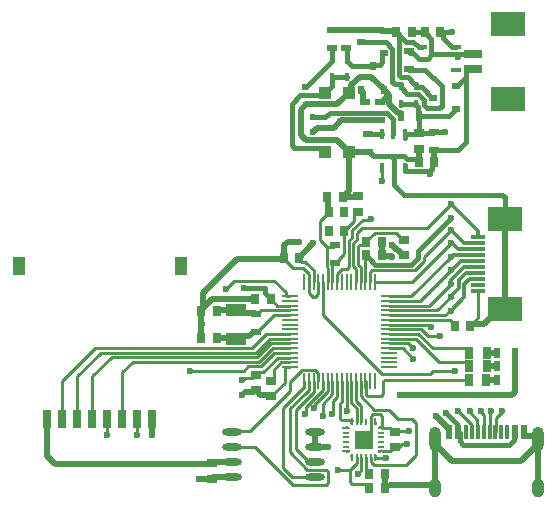
<source format=gtl>
G04*
G04 #@! TF.GenerationSoftware,Altium Limited,Altium Designer,20.0.13 (296)*
G04*
G04 Layer_Physical_Order=1*
G04 Layer_Color=255*
%FSLAX44Y44*%
%MOMM*%
G71*
G01*
G75*
%ADD10R,0.9000X0.8000*%
%ADD11R,0.8000X0.9000*%
%ADD12O,1.6500X0.6000*%
%ADD13R,1.2500X0.3000*%
%ADD14R,3.0000X2.0000*%
%ADD15R,0.9000X0.6000*%
%ADD16O,0.3800X0.9500*%
%ADD17R,0.3800X0.9500*%
%ADD18R,0.7000X0.6000*%
%ADD19R,0.4000X0.6500*%
%ADD20O,0.9500X0.3800*%
%ADD21R,0.9500X0.3800*%
%ADD22R,0.6000X0.9000*%
%ADD23R,0.6000X0.7000*%
%ADD24R,1.0000X1.0000*%
%ADD25R,1.0000X1.0000*%
%ADD26R,0.8000X1.5000*%
%ADD27R,1.0000X1.5000*%
%ADD28O,0.2500X1.4000*%
%ADD29O,1.4000X0.2500*%
%ADD30R,1.8000X1.0000*%
%ADD31R,1.4900X1.4900*%
%ADD32R,0.4950X0.2500*%
%ADD33R,0.6000X0.2500*%
%ADD34R,0.2500X0.4950*%
%ADD35R,0.2500X0.6000*%
%ADD36R,0.6000X1.1500*%
%ADD37R,0.3000X1.1500*%
%ADD38R,0.7800X0.9800*%
%ADD39R,3.0000X2.1000*%
%ADD40R,1.6000X0.8000*%
%ADD41C,0.5080*%
%ADD42C,0.3810*%
%ADD43C,0.2540*%
%ADD44C,0.3048*%
%ADD45O,1.0000X1.6000*%
%ADD46O,1.0000X2.1000*%
%ADD47C,0.6000*%
G36*
X693000Y491448D02*
X691950Y490398D01*
X690000D01*
Y492898D01*
X693000D01*
Y491448D01*
D02*
G37*
G36*
X696250Y486648D02*
X693750D01*
Y488598D01*
X694800Y489648D01*
X696250D01*
Y486648D01*
D02*
G37*
G36*
X693000Y511848D02*
Y510398D01*
X690000D01*
Y512898D01*
X691950D01*
X693000Y511848D01*
D02*
G37*
G36*
X696250Y513648D02*
X694800D01*
X693750Y514698D01*
Y516648D01*
X696250D01*
Y513648D01*
D02*
G37*
G36*
X716250Y488598D02*
Y486648D01*
X713750D01*
Y489648D01*
X715200D01*
X716250Y488598D01*
D02*
G37*
G36*
X720000Y490398D02*
X718050D01*
X717000Y491448D01*
Y492898D01*
X720000D01*
Y490398D01*
D02*
G37*
G36*
X716250Y514698D02*
X715200Y513648D01*
X713750D01*
Y516648D01*
X716250D01*
Y514698D01*
D02*
G37*
G36*
X720000Y510398D02*
X717000D01*
Y511848D01*
X718050Y512898D01*
X720000D01*
Y510398D01*
D02*
G37*
D10*
X576582Y468480D02*
D03*
Y481480D02*
D03*
X751842Y747880D02*
D03*
Y760880D02*
D03*
X699768Y707540D02*
D03*
Y694540D02*
D03*
X739141Y657711D02*
D03*
Y670711D02*
D03*
X626108Y551330D02*
D03*
Y538330D02*
D03*
X613408Y556410D02*
D03*
Y543410D02*
D03*
X731518Y508150D02*
D03*
Y495150D02*
D03*
D11*
X722780Y461012D02*
D03*
X709780D02*
D03*
X722780Y472442D02*
D03*
X709780D02*
D03*
X751690Y736598D02*
D03*
X764690D02*
D03*
X745640Y847092D02*
D03*
X732640D02*
D03*
X756770Y847088D02*
D03*
X769770D02*
D03*
X707240Y669288D02*
D03*
X720240D02*
D03*
X707240Y657858D02*
D03*
X720240D02*
D03*
X650390Y655322D02*
D03*
X637390D02*
D03*
X688140Y694680D02*
D03*
Y678180D02*
D03*
X675640Y694680D02*
D03*
Y678180D02*
D03*
X687220Y707392D02*
D03*
X674220D02*
D03*
X567540Y610868D02*
D03*
X580540D02*
D03*
X567540Y588008D02*
D03*
X580540D02*
D03*
X795169Y598171D02*
D03*
X782169D02*
D03*
X626260Y621032D02*
D03*
X613260D02*
D03*
D12*
X593550Y507998D02*
D03*
Y495298D02*
D03*
Y482598D02*
D03*
Y469898D02*
D03*
X664050Y507998D02*
D03*
Y495298D02*
D03*
Y482598D02*
D03*
Y469898D02*
D03*
D13*
X801370Y627860D02*
D03*
Y632860D02*
D03*
Y637860D02*
D03*
Y642860D02*
D03*
Y647860D02*
D03*
Y652860D02*
D03*
Y657860D02*
D03*
Y662860D02*
D03*
Y667860D02*
D03*
Y672860D02*
D03*
D14*
X824620Y612460D02*
D03*
X824570Y688260D02*
D03*
D15*
X764542Y746880D02*
D03*
Y761879D02*
D03*
X708662Y745610D02*
D03*
Y760609D02*
D03*
X689612Y833240D02*
D03*
Y848239D02*
D03*
X678182Y833240D02*
D03*
Y848239D02*
D03*
X742948Y830460D02*
D03*
Y815461D02*
D03*
X706122Y772280D02*
D03*
Y787279D02*
D03*
X718818Y787280D02*
D03*
Y772281D02*
D03*
X613408Y608210D02*
D03*
Y593211D02*
D03*
X680718Y666630D02*
D03*
Y651631D02*
D03*
D16*
X739650Y760120D02*
D03*
X730160Y760090D02*
D03*
X720650Y760120D02*
D03*
X739650Y731520D02*
D03*
X730250D02*
D03*
D17*
X720650D02*
D03*
D18*
X763270Y791210D02*
D03*
X783270Y800710D02*
D03*
Y781710D02*
D03*
X702310Y838200D02*
D03*
X722310Y847700D02*
D03*
Y828700D02*
D03*
D19*
X736600Y786250D02*
D03*
Y801250D02*
D03*
X749300Y786250D02*
D03*
Y801250D02*
D03*
X690560Y823500D02*
D03*
Y808500D02*
D03*
X678180Y823500D02*
D03*
Y808500D02*
D03*
D20*
X782980Y814830D02*
D03*
Y833830D02*
D03*
X754380Y814830D02*
D03*
Y824230D02*
D03*
D21*
Y833830D02*
D03*
D22*
X736720Y775968D02*
D03*
X751719D02*
D03*
X833000Y575312D02*
D03*
X818001D02*
D03*
X833000Y563882D02*
D03*
X818001D02*
D03*
X832860Y552452D02*
D03*
X817861D02*
D03*
D23*
X712470Y817880D02*
D03*
X721970Y797880D02*
D03*
X702970D02*
D03*
D24*
X692150Y795490D02*
D03*
X672650Y745490D02*
D03*
D25*
X672150Y795490D02*
D03*
X692150Y745490D02*
D03*
D26*
X526060Y518970D02*
D03*
X513360D02*
D03*
X500660D02*
D03*
X487960D02*
D03*
X475260D02*
D03*
X462560D02*
D03*
X449860D02*
D03*
X437160D02*
D03*
D27*
X413310Y648970D02*
D03*
X549910D02*
D03*
D28*
X654530Y635090D02*
D03*
X658530D02*
D03*
X662530D02*
D03*
X666530D02*
D03*
X670530D02*
D03*
X674530D02*
D03*
X678530D02*
D03*
X682530D02*
D03*
X686530D02*
D03*
X690530D02*
D03*
X694530D02*
D03*
X698530D02*
D03*
X702530D02*
D03*
X706530D02*
D03*
X710530D02*
D03*
X714530D02*
D03*
Y551090D02*
D03*
X710530D02*
D03*
X706530D02*
D03*
X702530D02*
D03*
X698530D02*
D03*
X694530D02*
D03*
X690530D02*
D03*
X686530D02*
D03*
X682530D02*
D03*
X678530D02*
D03*
X674530D02*
D03*
X670530D02*
D03*
X666530D02*
D03*
X662530D02*
D03*
X658530D02*
D03*
X654530D02*
D03*
D29*
X726530Y623090D02*
D03*
Y619090D02*
D03*
Y615090D02*
D03*
Y611090D02*
D03*
Y607090D02*
D03*
Y603090D02*
D03*
Y599090D02*
D03*
Y595090D02*
D03*
Y591090D02*
D03*
Y587090D02*
D03*
Y583090D02*
D03*
Y579090D02*
D03*
Y575090D02*
D03*
Y571090D02*
D03*
Y567090D02*
D03*
Y563090D02*
D03*
X642530D02*
D03*
Y567090D02*
D03*
Y571090D02*
D03*
Y575090D02*
D03*
Y579090D02*
D03*
Y583090D02*
D03*
Y587090D02*
D03*
Y591090D02*
D03*
Y595090D02*
D03*
Y599090D02*
D03*
Y603090D02*
D03*
Y607090D02*
D03*
Y611090D02*
D03*
Y615090D02*
D03*
Y619090D02*
D03*
Y623090D02*
D03*
D30*
X596900Y586740D02*
D03*
Y611740D02*
D03*
D31*
X705000Y501648D02*
D03*
D32*
X689475Y511648D02*
D03*
Y491648D02*
D03*
X720525D02*
D03*
Y511648D02*
D03*
D33*
X690000Y507648D02*
D03*
Y503648D02*
D03*
Y499648D02*
D03*
Y495648D02*
D03*
X720000D02*
D03*
Y499648D02*
D03*
Y503648D02*
D03*
Y507648D02*
D03*
D34*
X695000Y486123D02*
D03*
X715000D02*
D03*
Y517173D02*
D03*
X695000D02*
D03*
D35*
X699000Y486648D02*
D03*
X703000D02*
D03*
X707000D02*
D03*
X711000D02*
D03*
Y516648D02*
D03*
X707000D02*
D03*
X703000D02*
D03*
X699000D02*
D03*
D36*
X833030Y508000D02*
D03*
X841030D02*
D03*
X777030D02*
D03*
X785030D02*
D03*
D37*
X826530D02*
D03*
X821530D02*
D03*
X816530D02*
D03*
X811530D02*
D03*
X806530D02*
D03*
X801530D02*
D03*
X796530D02*
D03*
X791530D02*
D03*
D38*
X808990Y575310D02*
D03*
X793890D02*
D03*
X808990Y563880D02*
D03*
X793890D02*
D03*
X808850Y552450D02*
D03*
X793750D02*
D03*
D39*
X826770Y853690D02*
D03*
Y790190D02*
D03*
D40*
X797770Y828190D02*
D03*
Y815690D02*
D03*
D41*
X720240Y657858D02*
Y669288D01*
X852280Y498031D02*
Y502200D01*
Y460400D02*
Y498031D01*
X765780D02*
Y502200D01*
Y460400D02*
Y498031D01*
X729156Y463374D02*
X763507D01*
X728980Y463550D02*
X729156Y463374D01*
X841490Y505100D02*
X850007D01*
X841030Y505560D02*
X841490Y505100D01*
X841030Y505560D02*
Y508000D01*
X838119Y483870D02*
X852280Y498031D01*
X779941Y483870D02*
X838119D01*
X765780Y498031D02*
X779941Y483870D01*
X765810Y521970D02*
X776570Y511210D01*
X650390Y655322D02*
Y655822D01*
Y654822D02*
Y655322D01*
Y655822D02*
X661494Y666926D01*
Y667844D01*
X661670Y668020D01*
X726264Y793226D02*
X726444Y793406D01*
X726264Y792905D02*
X726444D01*
X720318Y787280D02*
X726264Y793226D01*
X637540Y654972D02*
Y666138D01*
X597822Y654972D02*
X637540D01*
X567540Y588008D02*
Y610868D01*
X640516Y669114D02*
X650064D01*
X637390Y654822D02*
X637540Y654972D01*
Y666138D02*
X640516Y669114D01*
X650064D02*
X650240Y669290D01*
X726264Y793226D02*
Y793586D01*
Y792905D02*
Y793226D01*
X721970Y797880D02*
Y798380D01*
Y797380D02*
Y797880D01*
X735330Y539750D02*
X830460D01*
X833060Y542350D01*
Y575252D01*
X751766Y736674D02*
Y747804D01*
X651510Y759460D02*
Y781050D01*
X655836Y755134D02*
X682506D01*
X651510Y759460D02*
X655836Y755134D01*
X661670Y762000D02*
X665480Y765810D01*
X679450D01*
X685920Y772280D01*
X682506Y755134D02*
X692150Y745490D01*
X685920Y772280D02*
X706122D01*
X682506Y785846D02*
X692150Y795490D01*
X656306Y785846D02*
X682506D01*
X651510Y781050D02*
X656306Y785846D01*
X722430Y796920D02*
X722930D01*
X721970Y797380D02*
X722430Y796920D01*
X722930D02*
X726264Y793586D01*
X726440Y792480D02*
X726616Y792304D01*
X692150Y722630D02*
Y745490D01*
Y712322D02*
Y722630D01*
X687294Y707466D02*
X692150Y712322D01*
X824570Y612510D02*
Y688260D01*
Y612510D02*
X824620Y612460D01*
X795169Y598171D02*
Y598332D01*
X796629Y599792D01*
X806952D01*
X819620Y612460D01*
X824620D01*
X669764Y495300D02*
X674370D01*
X721332Y656766D02*
X728804D01*
X728980Y656590D01*
X720240Y657858D02*
X721332Y656766D01*
X728980Y666750D02*
X733600Y662130D01*
X737181Y659171D02*
X737681D01*
X739141Y657711D01*
X734222Y662130D02*
X737181Y659171D01*
X733600Y662130D02*
X734222D01*
X569000Y626150D02*
X597822Y654972D01*
X569000Y612828D02*
Y626150D01*
Y612328D02*
Y612828D01*
X572592Y616421D01*
X567540Y610868D02*
X569000Y612328D01*
X833000Y575312D02*
X833060Y575252D01*
X565150Y481330D02*
X565225Y481405D01*
X611948Y541950D02*
X613408Y543410D01*
X604429Y541950D02*
X611948D01*
X437160Y487400D02*
X443230Y481330D01*
X565150D01*
X437160Y487400D02*
Y518970D01*
X576507Y468555D02*
X576582Y468480D01*
X565225Y468555D02*
X576507D01*
X565150Y468630D02*
X565225Y468555D01*
X576507Y481405D02*
X576582Y481480D01*
X565225Y481405D02*
X576507D01*
X664050Y495298D02*
Y507998D01*
X525920Y518830D02*
X526060Y518970D01*
X525920Y505600D02*
Y518830D01*
X525780Y505460D02*
X525920Y505600D01*
X722780Y461012D02*
Y472442D01*
X736720Y775968D02*
Y777468D01*
X736260Y777928D02*
X736720Y777468D01*
X734283Y777928D02*
X736260D01*
X726616Y785596D02*
X734283Y777928D01*
X726616Y785596D02*
Y792304D01*
X692150Y795490D02*
X694610Y797950D01*
Y801912D02*
X701688Y808990D01*
X694610Y797950D02*
Y801912D01*
X701688Y808990D02*
X711360D01*
X721970Y798380D01*
X706122Y772281D02*
X718818D01*
X706122Y772280D02*
X706122Y772281D01*
X708602Y745550D02*
X708662Y745610D01*
X692210Y745550D02*
X708602D01*
X692150Y745490D02*
X692210Y745550D01*
X751766Y747804D02*
X751842Y747880D01*
X751690Y736598D02*
X751766Y736674D01*
X764542Y746880D02*
X764616Y746806D01*
Y736673D02*
Y746806D01*
Y736673D02*
X764690Y736598D01*
X689612Y848239D02*
X721271D01*
X678182D02*
X689612D01*
X721271D02*
X721810Y847700D01*
X722310D01*
X722614Y847396D01*
X732336D01*
X732640Y847092D01*
X718818Y772281D02*
X718818Y772281D01*
X704622Y787279D02*
X706122D01*
X704162Y787739D02*
X704622Y787279D01*
X704162Y787739D02*
Y796188D01*
X702970Y797380D02*
X704162Y796188D01*
X702970Y797380D02*
Y797880D01*
X808990Y575310D02*
X808991Y575311D01*
X818000D01*
X818001Y575312D01*
X808850Y552450D02*
X808851Y552451D01*
X817860D01*
X817861Y552452D01*
X808990Y563880D02*
X808991Y563881D01*
X818000D01*
X818001Y563882D01*
X593374Y469722D02*
X593550Y469898D01*
X577824Y469722D02*
X593374D01*
X576582Y468480D02*
X577824Y469722D01*
X593374Y482422D02*
X593550Y482598D01*
X577524Y482422D02*
X593374D01*
X576582Y481480D02*
X577524Y482422D01*
X687220Y707392D02*
X687294Y707466D01*
X699694D01*
X699768Y707540D01*
X674220Y707392D02*
X674930Y706682D01*
Y695390D02*
Y706682D01*
Y695390D02*
X675640Y694680D01*
X624648Y539790D02*
X626108Y538330D01*
X617528Y539790D02*
X624648D01*
X613908Y543410D02*
X617528Y539790D01*
X613408Y543410D02*
X613908D01*
X572592Y616421D02*
Y616809D01*
X576815Y621032D01*
X613260D01*
X596266Y587374D02*
X596900Y586740D01*
X581174Y587374D02*
X596266D01*
X580540Y588008D02*
X581174Y587374D01*
X596464Y611304D02*
X596900Y611740D01*
X580976Y611304D02*
X596464D01*
X580540Y610868D02*
X580976Y611304D01*
X611908Y593211D02*
X613408D01*
X607897Y589200D02*
X611908Y593211D01*
X599360Y589200D02*
X607897D01*
X596900Y586740D02*
X599360Y589200D01*
X612948Y608670D02*
X613408Y608210D01*
X603970Y608670D02*
X612948D01*
X600900Y611740D02*
X603970Y608670D01*
X596900Y611740D02*
X600900D01*
D42*
X678180Y822250D02*
Y823500D01*
X656030Y800100D02*
X678180Y822250D01*
X655320Y800100D02*
X656030D01*
X678180Y823500D02*
X678181Y823501D01*
X788885Y497532D02*
X827802D01*
X831935Y506905D02*
X833030Y508000D01*
X831935Y501665D02*
Y506905D01*
X827802Y497532D02*
X831935Y501665D01*
X785030Y508000D02*
X786125Y506905D01*
Y500291D02*
Y506905D01*
Y500291D02*
X788885Y497532D01*
X774700Y524510D02*
X783935Y515275D01*
X774700Y524510D02*
X774700D01*
X783935Y509095D02*
X785030Y508000D01*
X783935Y509095D02*
Y515275D01*
X763410Y828190D02*
X797770D01*
X764542Y761879D02*
X764602Y761939D01*
X773369D01*
X773430Y762000D01*
X791675Y753575D02*
Y808615D01*
X764542Y746880D02*
X784980D01*
X791675Y753575D01*
X643890Y786130D02*
X651328Y793568D01*
X646122Y748585D02*
X669555D01*
X643890Y750817D02*
Y786130D01*
Y750817D02*
X646122Y748585D01*
X661670Y774700D02*
X672638D01*
X676394Y778456D01*
X651328Y793568D02*
X670228D01*
X769771Y847089D02*
X779779D01*
X779780Y847090D01*
X769770Y847088D02*
X769771Y847089D01*
X738800Y709000D02*
X822338D01*
X730250Y717550D02*
X738800Y709000D01*
X730250Y717550D02*
Y731520D01*
X824570Y688260D02*
Y706768D01*
X822338Y709000D02*
X824570Y706768D01*
X669555Y748585D02*
X672650Y745490D01*
X670228Y793568D02*
X672150Y795490D01*
X676394Y778456D02*
X724633D01*
X730155Y772935D01*
X603250Y629920D02*
X621205D01*
X621624Y629501D01*
Y626168D02*
X626260Y621532D01*
Y620532D02*
Y621532D01*
X621624Y626168D02*
Y629501D01*
X744855Y649605D02*
X750570Y655320D01*
Y661670D02*
X778510Y689610D01*
X750570Y655320D02*
Y661670D01*
X714993Y649605D02*
X744855D01*
X707240Y655470D02*
X707447Y655263D01*
X709335D01*
X714993Y649605D01*
X707240Y657358D02*
Y657858D01*
X730155Y760095D02*
Y772935D01*
Y760095D02*
X730160Y760090D01*
X718818Y787280D02*
X720318D01*
X678180Y808500D02*
X690560D01*
X739650Y757280D02*
Y760120D01*
X751690Y736598D02*
Y737098D01*
X749595Y739193D02*
X751690Y737098D01*
X742011Y739193D02*
X749595D01*
X739524Y741680D02*
X742011Y739193D01*
X728023Y741680D02*
X739524D01*
X730255Y731525D02*
Y739448D01*
X728023Y741680D02*
X730255Y739448D01*
X713488Y741680D02*
X728023D01*
X711257Y743912D02*
X713488Y741680D01*
X711257Y743912D02*
Y744515D01*
X710162Y745610D02*
X711257Y744515D01*
X708662Y745610D02*
X710162D01*
X762305Y827085D02*
X763410Y828190D01*
X793770Y815690D02*
X797770D01*
X791675Y813595D02*
X793770Y815690D01*
X791675Y808615D02*
Y813595D01*
X783770Y800710D02*
X791675Y808615D01*
X783270Y800710D02*
X783770D01*
X690465Y823595D02*
X690560Y823500D01*
X690465Y823595D02*
Y832387D01*
X689612Y833240D02*
X690465Y832387D01*
X782796Y781236D02*
X783270Y781710D01*
X782770D02*
X783270D01*
X754385Y824235D02*
X759455D01*
X744294Y845746D02*
X745640Y847092D01*
X742948Y830460D02*
X743199D01*
X744294Y831555D01*
X751719Y775968D02*
X751780Y775907D01*
Y760941D02*
Y775907D01*
Y760941D02*
X751842Y760880D01*
X678085Y808405D02*
X678180Y808500D01*
X678085Y801425D02*
Y808405D01*
X672150Y795490D02*
X678085Y801425D01*
X762595Y731155D02*
Y734503D01*
X760363Y728923D02*
X762595Y731155D01*
X739655Y728923D02*
X760363D01*
X739650Y728928D02*
Y734360D01*
X762595Y734503D02*
X764690Y736598D01*
X739650Y728928D02*
X739655Y728923D01*
X730250Y731520D02*
X730255Y731525D01*
X739650Y760495D02*
X739655Y760500D01*
X720650Y760120D02*
Y760359D01*
X764042Y761379D02*
X764542Y761879D01*
X751462Y760500D02*
X751842Y760880D01*
X739650Y760120D02*
Y760495D01*
X708906Y760364D02*
X720645D01*
X708662Y760609D02*
X708906Y760364D01*
X751842Y760880D02*
X752341Y761379D01*
X764042D01*
X739655Y760500D02*
X751462D01*
X720645Y760364D02*
X720650Y760359D01*
X770890Y784552D02*
Y801160D01*
X758190Y782320D02*
X768658D01*
X770890Y784552D01*
X757220Y814830D02*
X770890Y801160D01*
X751719Y775968D02*
X777028D01*
X782770Y781710D01*
X762770Y791210D02*
X763270D01*
X754075Y799905D02*
X762770Y791210D01*
X749395Y799905D02*
X754075D01*
X749300Y800000D02*
X749395Y799905D01*
X749300Y800000D02*
Y801250D01*
X754380Y814830D02*
X757220D01*
X755704Y784806D02*
Y789586D01*
Y784806D02*
X758190Y782320D01*
X736600Y800000D02*
X742083Y794517D01*
X750773D01*
X755704Y789586D01*
X736600Y800000D02*
Y801250D01*
X742098Y808452D02*
X747955Y802595D01*
X734750Y810684D02*
Y844981D01*
Y810684D02*
X736982Y808452D01*
X742098D01*
X732640Y847092D02*
X734750Y844981D01*
Y844481D02*
X741002Y838229D01*
X736600Y801250D02*
Y802500D01*
X729283Y804827D02*
X731515Y802595D01*
X729283Y804827D02*
Y832717D01*
X736505Y802595D02*
X736600Y802500D01*
X723800Y838200D02*
X729283Y832717D01*
X731515Y802595D02*
X736505D01*
X743575Y814835D02*
X754375D01*
X747955Y802595D02*
X749205D01*
X702310Y838200D02*
X723800D01*
X736600Y786250D02*
X749300D01*
X750624Y777063D02*
X751719Y775968D01*
X750624Y777063D02*
Y783676D01*
X749300Y785000D02*
X750624Y783676D01*
X749300Y785000D02*
Y786250D01*
X780140Y833830D02*
X782980D01*
X771865Y842105D02*
X780140Y833830D01*
X771865Y842105D02*
Y844993D01*
X769770Y847088D02*
X771865Y844993D01*
X756770Y846588D02*
Y847088D01*
Y846588D02*
X762305Y841053D01*
Y827085D02*
Y841053D01*
X759455Y824235D02*
X762305Y827085D01*
X754380Y824230D02*
X754385Y824235D01*
X747169Y838229D02*
X751535Y833864D01*
X741002Y838229D02*
X747169D01*
X751535Y833835D02*
Y833864D01*
Y833835D02*
X751540Y833830D01*
X754380D01*
X756768Y847090D02*
X756770Y847088D01*
X745642Y847090D02*
X756768D01*
X745640Y847092D02*
X745642Y847090D01*
X751540Y824230D02*
X754380D01*
X746405Y829365D02*
X751540Y824230D01*
X744043Y829365D02*
X746405D01*
X742948Y830460D02*
X744043Y829365D01*
X754375Y814835D02*
X754380Y814830D01*
X742948Y815461D02*
X743575Y814835D01*
X749205Y802595D02*
X749300Y802500D01*
Y801250D02*
Y802500D01*
X720715Y821061D02*
Y827605D01*
X718483Y818829D02*
X720715Y821061D01*
X712470Y817880D02*
X713419Y818829D01*
X718483D01*
X720715Y827605D02*
X721810Y828700D01*
X722310D01*
X694930Y817880D02*
X712470D01*
X690560Y822250D02*
X694930Y817880D01*
X690560Y822250D02*
Y823500D01*
X678181Y833239D02*
X678182Y833240D01*
X678181Y823501D02*
Y833239D01*
D43*
X588711Y629460D02*
X595521Y636270D01*
X629350D01*
X759460Y589280D02*
X769620D01*
X816760Y519914D02*
X821690Y524844D01*
Y525780D01*
X763270Y560070D02*
X782320D01*
X816530Y508000D02*
X816760Y508230D01*
Y519914D01*
X811530Y508000D02*
Y523574D01*
X812800Y524844D01*
Y525780D01*
X806530Y508000D02*
Y522604D01*
X803910Y525224D02*
X806530Y522604D01*
X803910Y525224D02*
Y525780D01*
X801300Y508230D02*
X801530Y508000D01*
X801300Y508230D02*
Y518564D01*
X795020Y524844D02*
X801300Y518564D01*
X795020Y524844D02*
Y525780D01*
X796300Y508230D02*
Y514340D01*
X784860Y525780D02*
X796300Y514340D01*
Y508230D02*
X796530Y508000D01*
X760730Y557530D02*
X763270Y560070D01*
X720090Y557530D02*
X760730D01*
X670530Y607090D02*
X720090Y557530D01*
X670530Y607090D02*
Y635090D01*
X731668Y508000D02*
X732938Y509270D01*
X662510Y635110D02*
Y645228D01*
X653120Y652092D02*
X655646D01*
X662510Y645228D01*
X658510Y635110D02*
X658530Y635090D01*
X658510Y635110D02*
Y642220D01*
X653574Y647156D02*
X658510Y642220D01*
X645056Y647156D02*
X653574D01*
X637390Y654822D02*
X645056Y647156D01*
X650390Y654822D02*
X653120Y652092D01*
X662510Y635110D02*
X662530Y635090D01*
X661670Y622300D02*
X663992D01*
X666510Y635070D02*
X666530Y635090D01*
X666510Y624818D02*
Y635070D01*
X663992Y622300D02*
X666510Y624818D01*
X658550Y625420D02*
X661670Y622300D01*
X658530Y635090D02*
X658550Y635070D01*
Y625420D02*
Y635070D01*
X673678Y647579D02*
X674510Y646748D01*
X673678Y647579D02*
Y664902D01*
X720525Y511648D02*
Y521535D01*
X718820Y523240D02*
X720525Y521535D01*
X711020Y516668D02*
Y521752D01*
X712508Y523240D01*
X718820D01*
X711000Y516648D02*
X711020Y516668D01*
X726570Y527050D02*
X734190Y519430D01*
X702740Y538390D02*
X714080Y527050D01*
X726570D01*
X734190Y519430D02*
X745490D01*
X702530Y545380D02*
Y551090D01*
Y545380D02*
X702740Y545170D01*
Y538390D02*
Y545170D01*
X706550Y539968D02*
X708038Y538480D01*
X706550Y539968D02*
Y551070D01*
X708038Y538480D02*
X719872D01*
X711000Y507648D02*
Y516648D01*
X705000Y501648D02*
X711000Y507648D01*
X758190Y680720D02*
X778510Y701040D01*
X703580Y680720D02*
X758190D01*
X795169Y598332D02*
Y598671D01*
X663020Y528836D02*
Y530940D01*
X655982Y524216D02*
Y529432D01*
X663020Y528836D02*
X663120Y528736D01*
X663020Y530940D02*
X674510Y542430D01*
X655320Y523554D02*
X655982Y524216D01*
X670560Y521970D02*
Y522467D01*
X670174Y522854D02*
X670560Y522467D01*
X670174Y522854D02*
X670560Y523240D01*
Y532130D01*
X638958Y623090D02*
X642530D01*
X638938Y623110D02*
X638958Y623090D01*
X638938Y623110D02*
Y626682D01*
X629350Y636270D02*
X638938Y626682D01*
X720650Y731520D02*
X720726Y731443D01*
Y720648D02*
Y731443D01*
Y720648D02*
X720803Y720572D01*
X678842Y534062D02*
X682510Y537730D01*
X678842Y523902D02*
Y534062D01*
X682510Y537730D02*
Y551070D01*
X684530Y532130D02*
X686530Y534130D01*
X684530Y519866D02*
Y532130D01*
X686530Y534130D02*
Y551090D01*
X678180Y523240D02*
X678842Y523902D01*
X678530Y540100D02*
Y551090D01*
X670560Y532130D02*
X678530Y540100D01*
X670510Y543960D02*
Y551070D01*
X655982Y529432D02*
X670510Y543960D01*
X674510Y542430D02*
Y551070D01*
X682510D02*
X682530Y551090D01*
X690550Y526325D02*
Y551070D01*
X684530Y519866D02*
X686018Y518378D01*
X694980D01*
X690550Y526325D02*
X690987Y525887D01*
X674510Y551070D02*
X674530Y551090D01*
X670510Y551070D02*
X670530Y551090D01*
X715000Y486123D02*
X715003Y486126D01*
X724145D01*
X724148Y486128D01*
X767420Y611090D02*
X778631Y622302D01*
X733239Y493430D02*
X737649Y497840D01*
X610678Y553680D02*
X613408Y556410D01*
X604146Y553680D02*
X610678D01*
X602916Y552450D02*
X604146Y553680D01*
X601980Y552450D02*
X602916D01*
X603250Y560070D02*
X607060Y563880D01*
X557530Y560070D02*
X603250D01*
X509270Y567690D02*
X616656D01*
X491490Y571500D02*
X615078D01*
X482600Y575310D02*
X613500D01*
X477520Y579120D02*
X610409D01*
X622379Y591090D01*
X449860Y551460D02*
X477520Y579120D01*
X613500Y575310D02*
X625280Y587090D01*
X462560Y555270D02*
X482600Y575310D01*
X615078Y571500D02*
X626668Y583090D01*
X475260Y555270D02*
X491490Y571500D01*
X616656Y567690D02*
X628056Y579090D01*
X500660Y559080D02*
X509270Y567690D01*
X607060Y563880D02*
X618234D01*
X683260Y476250D02*
X693420D01*
X647700Y527050D02*
X662530Y541880D01*
X647700Y493698D02*
Y527050D01*
X662530Y541880D02*
Y551090D01*
X636270Y477520D02*
Y528320D01*
X654530Y545380D02*
Y551090D01*
X653310Y545360D02*
X654510D01*
X654530Y545380D01*
X636270Y528320D02*
X653310Y545360D01*
X656100Y541550D02*
X656100D01*
X658530Y543980D01*
Y551090D01*
X642620Y490944D02*
Y528070D01*
X656100Y541550D01*
X642620Y542749D02*
Y550290D01*
X608531Y508660D02*
X642620Y542749D01*
Y550290D02*
X652960Y560630D01*
X693420Y465729D02*
Y476250D01*
X699770Y472440D02*
X703000Y475670D01*
X512654Y505425D02*
Y518264D01*
X513360Y518970D01*
X642620Y490944D02*
X657314Y476250D01*
X673352D02*
X674840Y474762D01*
Y465038D02*
Y474762D01*
X657314Y476250D02*
X673352D01*
Y463550D02*
X674840Y465038D01*
X613104Y495298D02*
X644852Y463550D01*
X673352D01*
X593550Y495298D02*
X613104D01*
X647700Y493698D02*
X658800Y482598D01*
X664050D01*
X626608Y538330D02*
X638280Y550002D01*
Y563070D01*
X638300Y563090D02*
X642530D01*
X638280Y563070D02*
X638300Y563090D01*
X629338Y561008D02*
X635400Y567070D01*
X664100Y560630D02*
X666510Y558220D01*
X593550Y507998D02*
X594212Y508660D01*
X666510Y551110D02*
Y558220D01*
X652960Y560630D02*
X664100D01*
X594212Y508660D02*
X608531D01*
X666510Y551110D02*
X666530Y551090D01*
X643892Y469898D02*
X664050D01*
X636270Y477520D02*
X643892Y469898D01*
X737649Y497840D02*
X741680D01*
X713746Y480060D02*
X740410D01*
X711020Y482786D02*
X713746Y480060D01*
X740410D02*
X748950Y488600D01*
X487680Y518690D02*
X487960Y518970D01*
X487680Y505460D02*
Y518690D01*
X500660Y518970D02*
Y559080D01*
X475260Y518970D02*
Y555270D01*
X462560Y518970D02*
Y555270D01*
X449860Y518970D02*
Y551460D01*
X731518Y495150D02*
X733239Y493430D01*
X745490Y519430D02*
X748950Y515970D01*
Y488600D02*
Y515970D01*
X732938Y509270D02*
X743410D01*
X710538Y687678D02*
X711200Y688340D01*
X704188Y687678D02*
X710538D01*
X695438Y678928D02*
X704188Y687678D01*
X690530Y551090D02*
X690550Y551070D01*
X695000Y517173D02*
Y518358D01*
X694980Y518378D02*
X695000Y518358D01*
X693420Y476250D02*
X698980Y481810D01*
X694908Y464242D02*
X707050D01*
X693420Y465729D02*
X694908Y464242D01*
X707050D02*
X709780Y461512D01*
Y461012D02*
Y461512D01*
X698980Y486628D02*
X699000Y486648D01*
X698980Y481810D02*
Y486628D01*
X703000Y475670D02*
Y486648D01*
X707000D02*
X707020Y486628D01*
Y475702D02*
Y486628D01*
Y475702D02*
X709780Y472942D01*
Y472442D02*
Y472942D01*
X703000Y516648D02*
Y530170D01*
X698530Y534640D02*
Y551090D01*
Y534640D02*
X703000Y530170D01*
X694530Y532706D02*
Y551090D01*
Y532706D02*
X698980Y528256D01*
Y516668D02*
Y528256D01*
Y516668D02*
X699000Y516648D01*
X721360Y539968D02*
Y550962D01*
X719872Y538480D02*
X721360Y539968D01*
X731518Y508150D02*
X731668Y508000D01*
X720525Y511648D02*
X720545Y511628D01*
X727540D01*
X731018Y508150D01*
X731518D01*
X721360Y550962D02*
X722848Y552450D01*
X793750D01*
X706530Y551090D02*
X706550Y551070D01*
X726530Y579090D02*
X726550Y579070D01*
X737920D01*
X746760Y570230D01*
X726530Y583090D02*
X742384D01*
X746354Y579120D01*
X746760D01*
X726550Y587070D02*
X748970D01*
X768530Y567510D02*
X791260D01*
X748970Y587070D02*
X768530Y567510D01*
X726550Y591070D02*
X751320D01*
X763450Y578940D01*
X791260D01*
X726530Y595090D02*
X753650D01*
X759460Y589280D01*
X726530Y599090D02*
X758874D01*
X761064Y596900D01*
X762000D01*
X726530Y587090D02*
X726550Y587070D01*
X791260Y567510D02*
X793890Y564880D01*
Y563880D02*
Y564880D01*
X726530Y591090D02*
X726550Y591070D01*
X791260Y578940D02*
X793890Y576310D01*
Y575310D02*
Y576310D01*
X726530Y603090D02*
X777749D01*
X782169Y598671D01*
Y598171D02*
Y598671D01*
X801370Y604872D02*
Y627860D01*
X795169Y598671D02*
X801370Y604872D01*
X726530Y607090D02*
X773913D01*
X777695Y610872D01*
X778631D01*
X726530Y611090D02*
X767420D01*
X726530Y615090D02*
X759989D01*
X778631Y633732D01*
X726530Y619090D02*
X752560D01*
X778631Y645162D01*
X726530Y623090D02*
X745129D01*
X778631Y656592D01*
X714530Y635090D02*
X745699D01*
X778631Y668022D01*
X748030Y645160D02*
X755650Y652780D01*
X712038Y645160D02*
X748030D01*
X755650Y652780D02*
Y656470D01*
X778631Y679452D01*
X710550Y635110D02*
Y643672D01*
X712038Y645160D01*
X710530Y635090D02*
X710550Y635110D01*
X738641Y670711D02*
X739141D01*
X732442Y676910D02*
X738641Y670711D01*
X714362Y676910D02*
X732442D01*
X720525Y491648D02*
X720545Y491668D01*
X727537D01*
X731018Y495150D01*
X731518D01*
X711000Y486648D02*
X711020Y486628D01*
Y482786D02*
Y486628D01*
X782008Y598010D02*
X782169Y598171D01*
X699617Y676757D02*
X703580Y680720D01*
X707240Y669788D02*
X714362Y676910D01*
X699617Y671218D02*
Y676757D01*
X695960Y648497D02*
X698510Y645947D01*
X695960Y648497D02*
Y667561D01*
X699617Y671218D01*
X707240Y669288D02*
Y669788D01*
X692150Y670098D02*
X695438Y673386D01*
Y678928D01*
X706995Y666504D02*
X707240Y666748D01*
X699770Y650075D02*
Y665057D01*
X701216Y666504D02*
X706995D01*
X699770Y665057D02*
X701216Y666504D01*
X692150Y647918D02*
Y670098D01*
X678990Y664902D02*
X680718Y666630D01*
X673678Y664902D02*
X678990D01*
X688140Y678180D02*
Y678680D01*
X696538Y687078D01*
Y691810D01*
X699268Y694540D01*
X699768D01*
X688140Y678180D02*
X688340Y677980D01*
Y659253D02*
Y677980D01*
X675640Y694180D02*
Y694680D01*
X668020Y686560D02*
X675640Y694180D01*
X668020Y670560D02*
Y686560D01*
Y670560D02*
X673678Y664902D01*
X680718Y651631D02*
X682218D01*
X683948Y653361D01*
Y654861D01*
X688340Y659253D01*
X678530Y635090D02*
Y649901D01*
X680260Y651631D01*
X680718D01*
X674510Y635110D02*
X674530Y635090D01*
X674510Y635110D02*
Y646748D01*
X686760Y646430D02*
X690662D01*
X692150Y647918D01*
X682550Y635110D02*
Y642220D01*
X682530Y635090D02*
X682550Y635110D01*
Y642220D02*
X686760Y646430D01*
X699770Y650075D02*
X702510Y647335D01*
X698510Y635110D02*
Y645947D01*
Y635110D02*
X698530Y635090D01*
X635400Y567070D02*
X642510D01*
X629338Y554060D02*
Y561008D01*
X626108Y538330D02*
X626608D01*
X642510Y567070D02*
X642530Y567090D01*
X626608Y551330D02*
X629338Y554060D01*
X626108Y551330D02*
X626608D01*
X616138Y559140D02*
X620100D01*
X632030Y571070D02*
X642510D01*
X620100Y559140D02*
X632030Y571070D01*
X628056Y579090D02*
X642530D01*
X625280Y587090D02*
X642530D01*
X626668Y583090D02*
X642530D01*
X629424Y575070D02*
X642510D01*
X618234Y563880D02*
X629424Y575070D01*
X642510Y571070D02*
X642530Y571090D01*
X613408Y556410D02*
X616138Y559140D01*
X642510Y575070D02*
X642530Y575090D01*
X622379Y591090D02*
X642530D01*
X642510Y615110D02*
X642530Y615090D01*
X631682Y615110D02*
X642510D01*
X626260Y620532D02*
X631682Y615110D01*
X702510Y635110D02*
X702530Y635090D01*
X702510Y635110D02*
Y647335D01*
X706530Y635090D02*
Y654608D01*
X707240Y655318D01*
X628787Y607090D02*
X642530D01*
X614908Y593211D02*
X628787Y607090D01*
X613408Y593211D02*
X614908D01*
X617788Y611090D02*
X642530D01*
X614908Y608210D02*
X617788Y611090D01*
X613408Y608210D02*
X614908D01*
D44*
X778510Y701040D02*
X801370Y678180D01*
Y672860D02*
Y678180D01*
X778631Y623100D02*
X785622Y630091D01*
X778631Y622302D02*
Y623100D01*
X791426Y642836D02*
X801346D01*
X785622Y630091D02*
Y637032D01*
X791426Y642836D01*
X789940Y622180D02*
Y633131D01*
X778631Y610872D02*
X789940Y622180D01*
X778631Y633732D02*
X779196Y634296D01*
X778631Y656592D02*
X779430D01*
X780698Y657860D01*
X801370D01*
X778631Y668022D02*
X779430D01*
X784568Y662884D01*
X801346D01*
X778631Y679452D02*
X790199Y667884D01*
X790076Y647836D02*
X801346D01*
X779196Y636956D02*
X790076Y647836D01*
X779196Y634296D02*
Y636956D01*
X801346Y667884D02*
X801370Y667860D01*
X790199Y667884D02*
X801346D01*
Y662884D02*
X801370Y662860D01*
X801346Y652836D02*
X801370Y652860D01*
X787104Y652836D02*
X801346D01*
X779430Y645162D02*
X787104Y652836D01*
X778631Y645162D02*
X779430D01*
X801346Y647836D02*
X801370Y647860D01*
X801346Y642836D02*
X801370Y642860D01*
X789940Y633131D02*
X794645Y637836D01*
X801346D01*
X801370Y637860D01*
D45*
X852280Y460400D02*
D03*
X765780D02*
D03*
D46*
X852280Y502200D02*
D03*
X765780D02*
D03*
D47*
X655320Y800100D02*
D03*
X588711Y629460D02*
D03*
X769620Y589280D02*
D03*
X821690Y525780D02*
D03*
X782320Y560070D02*
D03*
X812800Y525780D02*
D03*
X784860D02*
D03*
X774700Y524510D02*
D03*
X765810Y521970D02*
D03*
X803910Y525780D02*
D03*
X795020D02*
D03*
X650240Y669290D02*
D03*
X661670Y668020D02*
D03*
X778510Y701040D02*
D03*
X735330Y539750D02*
D03*
X773430Y762000D02*
D03*
X661670Y774700D02*
D03*
Y762000D02*
D03*
X692150Y722630D02*
D03*
X779780Y847090D02*
D03*
X760730Y726440D02*
D03*
X663120Y528736D02*
D03*
X655320Y523554D02*
D03*
X670560Y521970D02*
D03*
X603250Y629920D02*
D03*
X720803Y720572D02*
D03*
X690987Y525887D02*
D03*
X678180Y523240D02*
D03*
X674370Y495300D02*
D03*
X724148Y486128D02*
D03*
X728980Y656590D02*
D03*
X778631Y622302D02*
D03*
X728980Y666750D02*
D03*
X565150Y481330D02*
D03*
X601980Y539750D02*
D03*
Y552450D02*
D03*
X557530Y560070D02*
D03*
X683260Y476250D02*
D03*
X699770Y472440D02*
D03*
X512654Y505425D02*
D03*
X565150Y468630D02*
D03*
X728980Y463550D02*
D03*
X741680Y497840D02*
D03*
X567690Y599440D02*
D03*
X487680Y505460D02*
D03*
X525780D02*
D03*
X743410Y509270D02*
D03*
X711200Y688340D02*
D03*
X746760Y579120D02*
D03*
Y570230D02*
D03*
X762000Y596900D02*
D03*
X778631Y633732D02*
D03*
Y656592D02*
D03*
Y668022D02*
D03*
Y679452D02*
D03*
X778510Y689610D02*
D03*
X726440Y792480D02*
D03*
X784860Y825500D02*
D03*
X778631Y610872D02*
D03*
Y645162D02*
D03*
M02*

</source>
